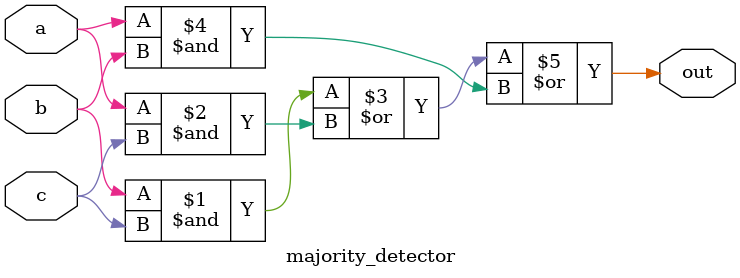
<source format=sv>
module majority_detector(input a,b,c, output out);
  assign out = b&c | a&c | a&b;
endmodule
</source>
